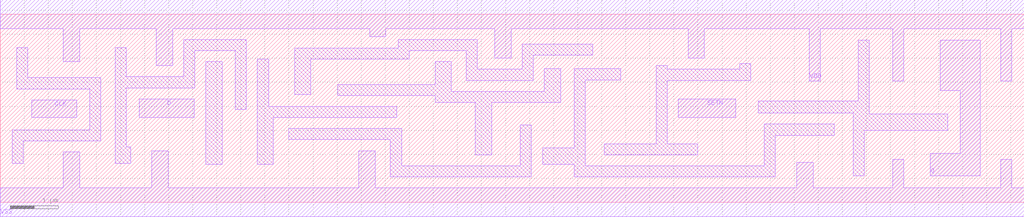
<source format=lef>
# Copyright 2022 GlobalFoundries PDK Authors
#
# Licensed under the Apache License, Version 2.0 (the "License");
# you may not use this file except in compliance with the License.
# You may obtain a copy of the License at
#
#      http://www.apache.org/licenses/LICENSE-2.0
#
# Unless required by applicable law or agreed to in writing, software
# distributed under the License is distributed on an "AS IS" BASIS,
# WITHOUT WARRANTIES OR CONDITIONS OF ANY KIND, either express or implied.
# See the License for the specific language governing permissions and
# limitations under the License.

MACRO gf180mcu_fd_sc_mcu7t5v0__dffsnq_2
  CLASS core ;
  FOREIGN gf180mcu_fd_sc_mcu7t5v0__dffsnq_2 0.0 0.0 ;
  ORIGIN 0 0 ;
  SYMMETRY X Y ;
  SITE GF018hv5v_mcu_sc7 ;
  SIZE 21.28 BY 3.92 ;
  PIN D
    DIRECTION INPUT ;
    ANTENNAGATEAREA 0.4685 ;
    PORT
      LAYER METAL1 ;
        POLYGON 2.89 1.77 4.03 1.77 4.03 2.15 2.89 2.15  ;
    END
  END D
  PIN SETN
    DIRECTION INPUT ;
    ANTENNAGATEAREA 1.1415 ;
    PORT
      LAYER METAL1 ;
        POLYGON 14.09 1.77 15.285 1.77 15.285 2.15 14.09 2.15  ;
    END
  END SETN
  PIN CLK
    DIRECTION INPUT ;
    USE clock ;
    ANTENNAGATEAREA 0.6755 ;
    PORT
      LAYER METAL1 ;
        POLYGON 0.65 1.765 1.59 1.765 1.59 2.13 0.65 2.13  ;
    END
  END CLK
  PIN Q
    DIRECTION OUTPUT ;
    ANTENNADIFFAREA 1.2986 ;
    PORT
      LAYER METAL1 ;
        POLYGON 19.53 2.33 19.69 2.33 19.95 2.33 19.95 1.02 19.33 1.02 19.33 0.55 20.37 0.55 20.37 3.38 19.69 3.38 19.53 3.38  ;
    END
  END Q
  PIN VDD
    DIRECTION INOUT ;
    USE power ;
    SHAPE ABUTMENT ;
    PORT
      LAYER METAL1 ;
        POLYGON 0 3.62 1.31 3.62 1.31 2.93 1.65 2.93 1.65 3.62 2.09 3.62 3.24 3.62 3.24 2.845 3.58 2.845 3.58 3.62 5.115 3.62 7.675 3.62 7.675 3.445 8.015 3.445 8.015 3.62 10.275 3.62 10.275 3.005 10.615 3.005 10.615 3.62 12.315 3.62 14.295 3.62 14.295 3.005 14.635 3.005 14.635 3.62 15.6 3.62 16.81 3.62 16.81 2.53 17.04 2.53 17.04 3.62 18.55 3.62 18.55 2.53 18.78 2.53 18.78 3.62 19.69 3.62 20.79 3.62 20.79 2.53 21.02 2.53 21.02 3.62 21.28 3.62 21.28 4.22 19.69 4.22 15.6 4.22 12.315 4.22 5.115 4.22 2.09 4.22 0 4.22  ;
    END
  END VDD
  PIN VSS
    DIRECTION INOUT ;
    USE ground ;
    SHAPE ABUTMENT ;
    PORT
      LAYER METAL1 ;
        POLYGON 0 -0.3 21.28 -0.3 21.28 0.3 21.02 0.3 21.02 0.89 20.79 0.89 20.79 0.3 18.78 0.3 18.78 0.89 18.55 0.89 18.55 0.3 16.895 0.3 16.895 0.835 16.555 0.835 16.555 0.3 7.795 0.3 7.795 1.075 7.455 1.075 7.455 0.3 3.49 0.3 3.49 1.075 3.15 1.075 3.15 0.3 1.65 0.3 1.65 1.05 1.31 1.05 1.31 0.3 0 0.3  ;
    END
  END VSS
  OBS
      LAYER METAL1 ;
        POLYGON 0.345 2.36 1.86 2.36 1.86 1.51 0.245 1.51 0.245 0.81 0.475 0.81 0.475 1.28 2.09 1.28 2.09 2.595 0.575 2.595 0.575 3.225 0.345 3.225  ;
        POLYGON 4.27 0.79 4.61 0.79 4.61 2.93 4.27 2.93  ;
        POLYGON 2.62 2.38 4.04 2.38 4.04 3.16 4.885 3.16 4.885 1.93 5.115 1.93 5.115 3.39 3.81 3.39 3.81 2.615 2.615 2.615 2.615 3.225 2.385 3.225 2.385 0.81 2.715 0.81 2.715 1.15 2.62 1.15  ;
        POLYGON 5.345 0.79 5.675 0.79 5.675 1.765 8.235 1.765 8.235 1.995 5.575 1.995 5.575 2.985 5.345 2.985  ;
        POLYGON 6 1.305 8.11 1.305 8.11 0.53 11.04 0.53 11.04 1.615 10.81 1.615 10.81 0.76 8.34 0.76 8.34 1.535 6 1.535  ;
        POLYGON 7.015 2.225 9.035 2.225 9.035 2.08 9.875 2.08 9.875 0.99 10.215 0.99 10.215 2.08 11.645 2.08 11.645 2.78 11.305 2.78 11.305 2.31 9.375 2.31 9.375 2.93 9.035 2.93 9.035 2.455 7.015 2.455  ;
        POLYGON 6.115 2.24 6.455 2.24 6.455 2.985 8.5 2.985 8.5 3.16 9.685 3.16 9.685 2.54 11.075 2.54 11.075 3.065 12.315 3.065 12.315 3.295 10.845 3.295 10.845 2.775 9.915 2.775 9.915 3.39 8.27 3.39 8.27 3.215 6.115 3.215  ;
        POLYGON 13.86 2.54 15.6 2.54 15.6 2.885 15.37 2.885 15.37 2.775 13.86 2.775 13.86 2.845 13.63 2.845 13.63 1.22 12.555 1.22 12.555 0.99 14.495 0.99 14.495 1.22 13.86 1.22  ;
        POLYGON 11.27 0.79 11.93 0.79 11.93 0.53 16.11 0.53 16.11 1.395 17.335 1.395 17.335 1.63 15.88 1.63 15.88 0.76 12.16 0.76 12.16 2.55 12.895 2.55 12.895 2.78 11.93 2.78 11.93 1.13 11.27 1.13  ;
        POLYGON 15.755 1.86 17.73 1.86 17.73 0.55 17.96 0.55 17.96 1.5 19.69 1.5 19.69 1.84 18.06 1.84 18.06 3.38 17.83 3.38 17.83 2.105 15.755 2.105  ;
  END
END gf180mcu_fd_sc_mcu7t5v0__dffsnq_2

</source>
